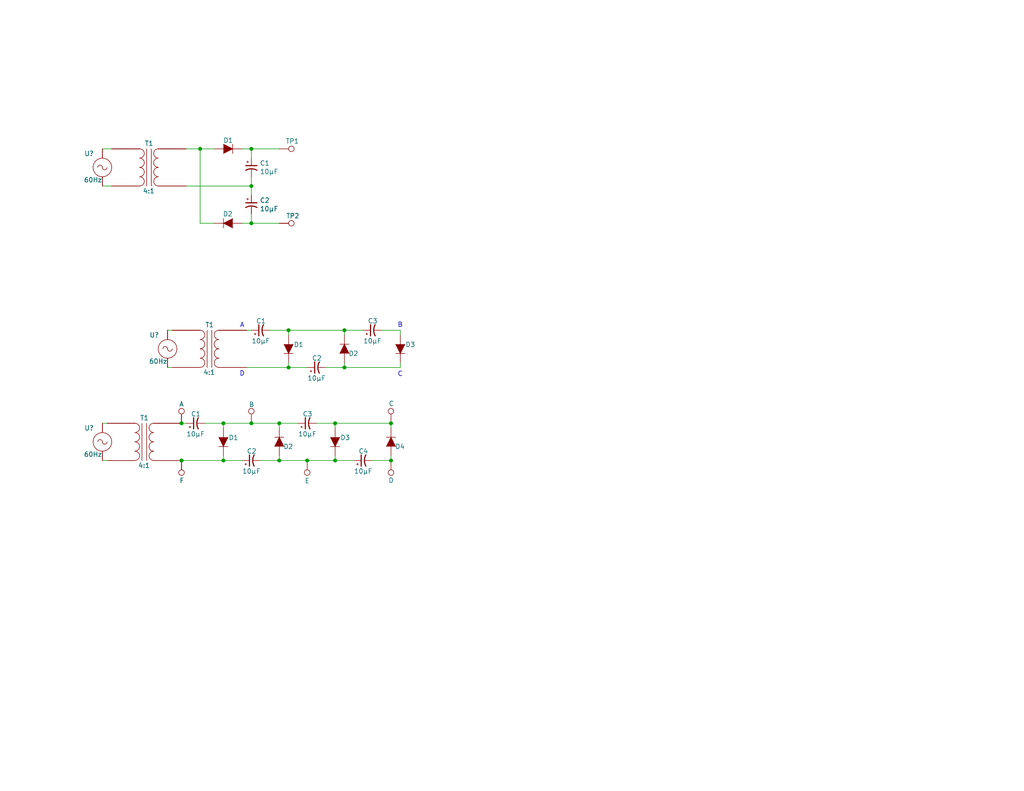
<source format=kicad_sch>
(kicad_sch (version 20211123) (generator eeschema)
  (paper "A")
  (lib_symbols
    (symbol "S2020-rescue:CP1_Small-00TJR" (pin_numbers hide) (pin_names (offset 0.254) hide)
      (property "Reference" "C" (at 0.254 1.778 0))
      (property "Value" "CP1_Small-00TJR" (at 0.254 -2.032 0))
      (symbol "CP1_Small-00TJR_0_1"
        (polyline (pts (xy -1.524 0.508) (xy 1.524 0.508)) (stroke (width 0.3048)))
        (polyline (pts (xy -1.27 1.524) (xy -0.762 1.524)))
        (polyline (pts (xy -1.016 1.27) (xy -1.016 1.778)))
        (arc (start 1.524 -0.762) (mid 0 -0.3734) (end -1.524 -0.762) (stroke (width 0.3048)))
      )
      (symbol "CP1_Small-00TJR_1_1"
        (pin passive line (at 0 2.54 270) (length 2.032) (name "~") (number "1"))
        (pin passive line (at 0 -2.54 90) (length 2.032) (name "~") (number "2"))
      )
    )
    (symbol "S2020-rescue:D-00TJR" (pin_numbers hide) (pin_names (offset 1.016) hide)
      (property "Reference" "D" (at 0 2.54 0))
      (property "Value" "D-00TJR" (at 0 -2.54 0))
      (symbol "D-00TJR_0_1"
        (polyline (pts (xy -1.27 1.27) (xy -1.27 -1.27)) (stroke (width 0.1524)))
        (polyline (pts (xy 1.27 1.27) (xy -1.27 0) (xy 1.27 -1.27)) (fill (type outline)))
      )
      (symbol "D-00TJR_1_1"
        (pin passive line (at -3.81 0 0) (length 2.54) (name "K") (number "1"))
        (pin passive line (at 3.81 0 180) (length 2.54) (name "A") (number "2"))
      )
    )
    (symbol "S2020-rescue:TRANSFOIron-00TJR" (pin_names (offset 1.016) hide)
      (property "Reference" "T" (at 0 6.35 0))
      (property "Value" "TRANSFOIron-00TJR" (at 0 -7.62 0))
      (symbol "TRANSFOIron-00TJR_0_1"
        (arc (start -2.54 -5.0546) (mid -1.6599 -4.6901) (end -1.27 -3.81))
        (arc (start -2.54 -2.5146) (mid -1.6599 -2.1501) (end -1.27 -1.27))
        (arc (start -2.54 0.0254) (mid -1.6599 0.3899) (end -1.27 1.27))
        (arc (start -2.54 2.5654) (mid -1.6599 2.9299) (end -1.27 3.81))
        (arc (start -1.27 -3.81) (mid -1.642 -2.912) (end -2.54 -2.54))
        (arc (start -1.27 -1.27) (mid -1.642 -0.372) (end -2.54 0))
        (arc (start -1.27 1.27) (mid -1.642 2.168) (end -2.54 2.54))
        (arc (start -1.27 3.81) (mid -1.642 4.708) (end -2.54 5.08))
        (polyline (pts (xy -0.635 5.08) (xy -0.635 -5.08)))
        (polyline (pts (xy 0.635 -5.08) (xy 0.635 5.08)))
        (arc (start 1.2954 -1.27) (mid 1.6599 -2.1501) (end 2.54 -2.5146))
        (arc (start 1.2954 1.27) (mid 1.6599 0.3899) (end 2.54 0.0254))
        (arc (start 1.2954 3.81) (mid 1.6599 2.9299) (end 2.54 2.5654))
        (arc (start 1.3208 -3.81) (mid 1.6853 -4.6901) (end 2.5654 -5.0546))
        (arc (start 2.54 0) (mid 1.642 -0.372) (end 1.2954 -1.27))
        (arc (start 2.54 2.54) (mid 1.642 2.168) (end 1.2954 1.27))
        (arc (start 2.54 5.08) (mid 1.642 4.708) (end 1.2954 3.81))
        (arc (start 2.5654 -2.54) (mid 1.6674 -2.912) (end 1.3208 -3.81))
      )
      (symbol "TRANSFOIron-00TJR_1_1"
        (pin passive line (at -10.16 5.08 0) (length 7.62) (name "AA") (number "~"))
        (pin passive line (at -10.16 -5.08 0) (length 7.62) (name "AB") (number "~"))
        (pin passive line (at 10.16 -5.08 180) (length 7.62) (name "SA") (number "~"))
        (pin passive line (at 10.16 5.08 180) (length 7.62) (name "SB") (number "~"))
      )
    )
    (symbol "S2020-rescue:TestPoint-Connector" (pin_numbers hide) (pin_names (offset 0.762) hide)
      (property "Reference" "TP" (at 0 6.858 0))
      (property "Value" "TestPoint-Connector" (at 0 5.08 0))
      (symbol "TestPoint-Connector_0_1"
        (circle (center 0 3.302) (radius 0.762))
      )
      (symbol "TestPoint-Connector_1_1"
        (pin passive line (at 0 0 90) (length 2.54) (name "1") (number "1"))
      )
    )
    (symbol "S2020-rescue:Vgen-00TJR" (pin_numbers hide) (pin_names (offset 0))
      (property "Reference" "G" (at -4.8768 1.3462 0))
      (property "Value" "Vgen-00TJR" (at -4.8514 3.429 0))
      (symbol "Vgen-00TJR_0_1"
        (arc (start 0 0) (mid -0.635 0.635) (end -1.27 0))
        (arc (start 0 0) (mid 0.635 -0.635) (end 1.27 0))
        (circle (center 0 0) (radius 2.54))
      )
      (symbol "Vgen-00TJR_1_1"
        (pin passive line (at 0 5.08 270) (length 2.54) (name "~") (number "1"))
        (pin passive line (at 0 -5.08 90) (length 2.54) (name "~") (number "2"))
      )
    )
  )
  (junction (at 91.44 125.73))
  (junction (at 91.44 115.57))
  (junction (at 68.58 60.96))
  (junction (at 68.58 40.64))
  (junction (at 60.96 115.57))
  (junction (at 76.2 125.73))
  (junction (at 76.2 115.57))
  (junction (at 106.68 125.73))
  (junction (at 54.61 40.64))
  (junction (at 60.96 125.73))
  (junction (at 49.53 115.57))
  (junction (at 68.58 115.57))
  (junction (at 83.82 125.73))
  (junction (at 106.68 115.57))
  (junction (at 93.98 100.33))
  (junction (at 49.53 125.73))
  (junction (at 78.74 100.33))
  (junction (at 93.98 90.17))
  (junction (at 68.58 50.8))
  (junction (at 78.74 90.17))
  (wire (pts (xy 54.61 60.96) (xy 54.61 40.64)))
  (wire (pts (xy 93.98 100.33) (xy 109.22 100.33)))
  (wire (pts (xy 104.14 90.17) (xy 109.22 90.17)))
  (wire (pts (xy 76.2 125.73) (xy 83.82 125.73)))
  (wire (pts (xy 106.68 124.46) (xy 106.68 125.73)))
  (wire (pts (xy 76.2 124.46) (xy 76.2 125.73)))
  (wire (pts (xy 68.58 40.64) (xy 68.58 43.18)))
  (wire (pts (xy 109.22 100.33) (xy 109.22 99.06)))
  (wire (pts (xy 58.42 40.64) (xy 54.61 40.64)))
  (wire (pts (xy 71.12 125.73) (xy 76.2 125.73)))
  (wire (pts (xy 73.66 90.17) (xy 78.74 90.17)))
  (wire (pts (xy 55.88 115.57) (xy 60.96 115.57)))
  (wire (pts (xy 93.98 91.44) (xy 93.98 90.17)))
  (wire (pts (xy 68.58 48.26) (xy 68.58 50.8)))
  (wire (pts (xy 78.74 99.06) (xy 78.74 100.33)))
  (wire (pts (xy 50.8 40.64) (xy 54.61 40.64)))
  (wire (pts (xy 88.9 100.33) (xy 93.98 100.33)))
  (wire (pts (xy 58.42 60.96) (xy 54.61 60.96)))
  (wire (pts (xy 29.21 125.73) (xy 27.94 125.73)))
  (wire (pts (xy 60.96 125.73) (xy 66.04 125.73)))
  (wire (pts (xy 68.58 60.96) (xy 76.2 60.96)))
  (wire (pts (xy 50.8 50.8) (xy 68.58 50.8)))
  (wire (pts (xy 91.44 115.57) (xy 106.68 115.57)))
  (wire (pts (xy 68.58 115.57) (xy 76.2 115.57)))
  (wire (pts (xy 106.68 116.84) (xy 106.68 115.57)))
  (wire (pts (xy 76.2 116.84) (xy 76.2 115.57)))
  (wire (pts (xy 27.94 115.57) (xy 29.21 115.57)))
  (wire (pts (xy 45.72 90.17) (xy 46.99 90.17)))
  (wire (pts (xy 78.74 90.17) (xy 93.98 90.17)))
  (wire (pts (xy 86.36 115.57) (xy 91.44 115.57)))
  (wire (pts (xy 60.96 116.84) (xy 60.96 115.57)))
  (wire (pts (xy 49.53 115.57) (xy 50.8 115.57)))
  (wire (pts (xy 60.96 115.57) (xy 68.58 115.57)))
  (wire (pts (xy 49.53 125.73) (xy 60.96 125.73)))
  (wire (pts (xy 46.99 100.33) (xy 45.72 100.33)))
  (wire (pts (xy 67.31 100.33) (xy 78.74 100.33)))
  (wire (pts (xy 93.98 90.17) (xy 99.06 90.17)))
  (wire (pts (xy 30.48 50.8) (xy 27.94 50.8)))
  (wire (pts (xy 101.6 125.73) (xy 106.68 125.73)))
  (wire (pts (xy 109.22 90.17) (xy 109.22 91.44)))
  (wire (pts (xy 60.96 124.46) (xy 60.96 125.73)))
  (wire (pts (xy 91.44 125.73) (xy 91.44 124.46)))
  (wire (pts (xy 93.98 99.06) (xy 93.98 100.33)))
  (wire (pts (xy 66.04 40.64) (xy 68.58 40.64)))
  (wire (pts (xy 78.74 100.33) (xy 83.82 100.33)))
  (wire (pts (xy 68.58 50.8) (xy 68.58 53.34)))
  (wire (pts (xy 30.48 40.64) (xy 27.94 40.64)))
  (wire (pts (xy 91.44 125.73) (xy 96.52 125.73)))
  (wire (pts (xy 78.74 91.44) (xy 78.74 90.17)))
  (wire (pts (xy 68.58 60.96) (xy 66.04 60.96)))
  (wire (pts (xy 76.2 115.57) (xy 81.28 115.57)))
  (wire (pts (xy 68.58 40.64) (xy 76.2 40.64)))
  (wire (pts (xy 91.44 115.57) (xy 91.44 116.84)))
  (wire (pts (xy 83.82 125.73) (xy 91.44 125.73)))
  (wire (pts (xy 67.31 90.17) (xy 68.58 90.17)))
  (wire (pts (xy 68.58 58.42) (xy 68.58 60.96)))
  (text "A" (at 65.4304 89.6112 0) (effects (font (size 1.27 1.27)) (justify left bottom)))
  (text "C" (at 108.458 102.9716 0) (effects (font (size 1.27 1.27)) (justify left bottom)))
  (text "D" (at 65.3288 102.87 0) (effects (font (size 1.27 1.27)) (justify left bottom)))
  (text "B" (at 108.458 89.5604 0) (effects (font (size 1.27 1.27)) (justify left bottom)))
  (symbol (lib_id "S2020-rescue:D-00TJR") (at 62.23 40.64 180) (unit 1)
    (property "Reference" "D1" (at 60.9092 38.3286 0) (effects (justify right)))
    (property "Value" "D" (effects hide))
  )
  (symbol (lib_id "S2020-rescue:TRANSFOIron-00TJR") (at 40.64 45.72 0) (unit 1)
    (property "Reference" "T1" (at 40.6654 39.1668 0))
    (property "Value" "4:1" (at 40.5892 52.1462 0))
  )
  (symbol (lib_id "S2020-rescue:D-00TJR") (at 62.23 60.96 0) (mirror x) (unit 1)
    (property "Reference" "D2" (at 63.5 58.42 0) (effects (justify right)))
    (property "Value" "D" (effects hide))
  )
  (symbol (lib_id "S2020-rescue:CP1_Small-00TJR") (at 68.58 45.72 0) (unit 1)
    (property "Reference" "C1" (at 70.8914 44.5516 0) (effects (justify left)))
    (property "Value" "10µF" (at 70.8914 46.863 0) (effects (justify left)))
  )
  (symbol (lib_id "S2020-rescue:CP1_Small-00TJR") (at 68.58 55.88 0) (unit 1)
    (property "Reference" "C2" (at 70.8914 54.7116 0) (effects (justify left)))
    (property "Value" "10µF" (at 70.8914 57.023 0) (effects (justify left)))
  )
  (symbol (lib_id "S2020-rescue:TestPoint-Connector") (at 76.2 40.64 270) (unit 1)
    (property "Reference" "TP1" (at 77.9272 38.5318 90) (effects (justify left)))
    (property "Value" "TestPoint" (effects hide))
  )
  (symbol (lib_id "S2020-rescue:TestPoint-Connector") (at 49.53 115.57 0) (unit 1)
    (property "Reference" "A" (at 48.8696 110.3122 0) (effects (justify left)))
    (property "Value" "TestPoint" (effects hide))
  )
  (symbol (lib_id "S2020-rescue:TestPoint-Connector") (at 76.2 60.96 270) (unit 1)
    (property "Reference" "TP2" (at 78.0542 58.9534 90) (effects (justify left)))
    (property "Value" "TestPoint" (effects hide))
  )
  (symbol (lib_id "S2020-rescue:Vgen-00TJR") (at 27.94 45.72 0) (unit 1)
    (property "Value" "60Hz" (at 22.86 49.1236 0) (effects (justify left)))
  )
  (symbol (lib_id "S2020-rescue:TestPoint-Connector") (at 68.58 115.57 0) (unit 1)
    (property "Reference" "B" (at 67.8942 110.4392 0) (effects (justify left)))
    (property "Value" "TestPoint" (effects hide))
  )
  (symbol (lib_id "S2020-rescue:TestPoint-Connector") (at 106.68 115.57 0) (unit 1)
    (property "Reference" "C" (at 106.0196 110.1852 0) (effects (justify left)))
    (property "Value" "TestPoint" (effects hide))
  )
  (symbol (lib_id "S2020-rescue:TestPoint-Connector") (at 106.68 125.73 180) (unit 1)
    (property "Reference" "D" (at 107.4674 131.1402 0) (effects (justify left)))
    (property "Value" "TestPoint" (effects hide))
  )
  (symbol (lib_id "S2020-rescue:TestPoint-Connector") (at 83.82 125.73 180) (unit 1)
    (property "Reference" "E" (at 84.5058 131.2672 0) (effects (justify left)))
    (property "Value" "TestPoint" (effects hide))
  )
  (symbol (lib_id "S2020-rescue:TestPoint-Connector") (at 49.53 125.73 180) (unit 1)
    (property "Reference" "F" (at 50.2666 131.191 0) (effects (justify left)))
    (property "Value" "TestPoint" (effects hide))
  )
  (symbol (lib_id "S2020-rescue:Vgen-00TJR") (at 45.72 95.25 0) (unit 1)
    (property "Value" "60Hz" (at 40.64 98.6536 0) (effects (justify left)))
  )
  (symbol (lib_id "S2020-rescue:TRANSFOIron-00TJR") (at 57.15 95.25 0) (unit 1)
    (property "Reference" "T1" (at 57.1754 88.6968 0))
    (property "Value" "4:1" (at 57.0992 101.6762 0))
  )
  (symbol (lib_id "S2020-rescue:D-00TJR") (at 78.74 95.25 90) (unit 1)
    (property "Reference" "D1" (at 80.137 94.0816 90) (effects (justify right)))
    (property "Value" "D" (effects hide))
  )
  (symbol (lib_id "S2020-rescue:CP1_Small-00TJR") (at 86.36 100.33 90) (unit 1)
    (property "Reference" "C2" (at 86.4616 97.79 90))
    (property "Value" "10µF" (at 86.3854 103.251 90))
  )
  (symbol (lib_id "S2020-rescue:D-00TJR") (at 93.98 95.25 270) (unit 1)
    (property "Reference" "D2" (at 97.79 96.52 90) (effects (justify right)))
    (property "Value" "D" (effects hide))
  )
  (symbol (lib_id "S2020-rescue:CP1_Small-00TJR") (at 101.6 90.17 90) (unit 1)
    (property "Reference" "C3" (at 101.7016 87.63 90))
    (property "Value" "10µF" (at 101.6254 93.091 90))
  )
  (symbol (lib_id "S2020-rescue:D-00TJR") (at 109.22 95.25 90) (unit 1)
    (property "Reference" "D3" (at 110.617 94.0816 90) (effects (justify right)))
    (property "Value" "D" (effects hide))
  )
  (symbol (lib_id "S2020-rescue:CP1_Small-00TJR") (at 71.12 90.17 90) (unit 1)
    (property "Reference" "C1" (at 71.2216 87.63 90))
    (property "Value" "10µF" (at 71.1454 93.091 90))
  )
  (symbol (lib_id "S2020-rescue:Vgen-00TJR") (at 27.94 120.65 0) (unit 1)
    (property "Value" "60Hz" (at 22.86 124.0536 0) (effects (justify left)))
  )
  (symbol (lib_id "S2020-rescue:TRANSFOIron-00TJR") (at 39.37 120.65 0) (unit 1)
    (property "Reference" "T1" (at 39.3954 114.0968 0))
    (property "Value" "4:1" (at 39.3192 127.0762 0))
  )
  (symbol (lib_id "S2020-rescue:D-00TJR") (at 60.96 120.65 90) (unit 1)
    (property "Reference" "D1" (at 62.357 119.4816 90) (effects (justify right)))
    (property "Value" "D" (effects hide))
  )
  (symbol (lib_id "S2020-rescue:CP1_Small-00TJR") (at 68.58 125.73 90) (unit 1)
    (property "Reference" "C2" (at 68.6816 123.19 90))
    (property "Value" "10µF" (at 68.6054 128.651 90))
  )
  (symbol (lib_id "S2020-rescue:D-00TJR") (at 76.2 120.65 270) (unit 1)
    (property "Reference" "D2" (at 80.01 121.92 90) (effects (justify right)))
    (property "Value" "D" (effects hide))
  )
  (symbol (lib_id "S2020-rescue:CP1_Small-00TJR") (at 83.82 115.57 90) (unit 1)
    (property "Reference" "C3" (at 83.9216 113.03 90))
    (property "Value" "10µF" (at 83.8454 118.491 90))
  )
  (symbol (lib_id "S2020-rescue:D-00TJR") (at 91.44 120.65 90) (unit 1)
    (property "Reference" "D3" (at 92.837 119.4816 90) (effects (justify right)))
    (property "Value" "D" (effects hide))
  )
  (symbol (lib_id "S2020-rescue:CP1_Small-00TJR") (at 53.34 115.57 90) (unit 1)
    (property "Reference" "C1" (at 53.4416 113.03 90))
    (property "Value" "10µF" (at 53.3654 118.491 90))
  )
  (symbol (lib_id "S2020-rescue:CP1_Small-00TJR") (at 99.06 125.73 90) (unit 1)
    (property "Reference" "C4" (at 99.1616 123.19 90))
    (property "Value" "10µF" (at 99.0854 128.651 90))
  )
  (symbol (lib_id "S2020-rescue:D-00TJR") (at 106.68 120.65 270) (unit 1)
    (property "Reference" "D4" (at 110.49 121.92 90) (effects (justify right)))
    (property "Value" "D" (effects hide))
  )
)
</source>
